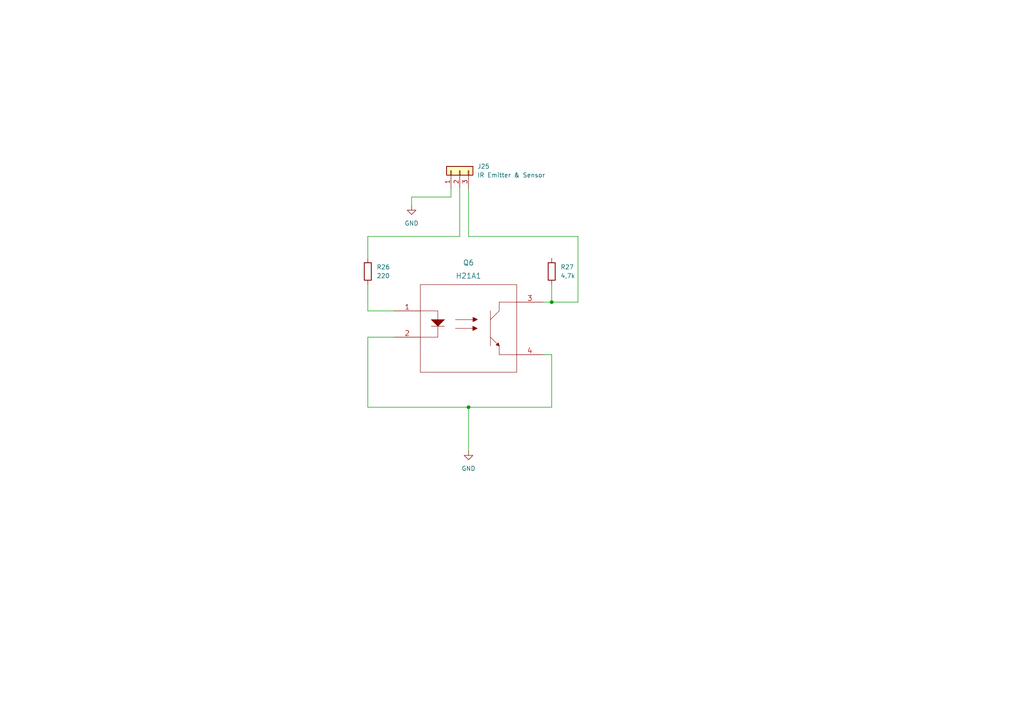
<source format=kicad_sch>
(kicad_sch (version 20211123) (generator eeschema)
  (paper "A4")
  (lib_symbols
    (symbol "Connector_Generic:Conn_01x03" (pin_names (offset 1.016) hide)
      (property "Reference" "J" (at 0 5.08 0))
      (property "Value" "Conn_01x03" (at 0 -5.08 0))
      (symbol "Conn_01x03_1_1"
        (rectangle (start -1.27 -2.413) (end 0 -2.667) (stroke (width 0.1524)))
        (rectangle (start -1.27 0.127) (end 0 -0.127) (stroke (width 0.1524)))
        (rectangle (start -1.27 2.667) (end 0 2.413) (stroke (width 0.1524)))
        (rectangle (start -1.27 3.81) (end 1.27 -3.81) (stroke (width 0.254)) (fill (type background)))
        (pin passive line (at -5.08 2.54 0) (length 3.81) (name "Pin_1") (number "1"))
        (pin passive line (at -5.08 0 0) (length 3.81) (name "Pin_2") (number "2"))
        (pin passive line (at -5.08 -2.54 0) (length 3.81) (name "Pin_3") (number "3"))
      )
    )
    (symbol "Device:R" (pin_numbers hide) (pin_names (offset 0))
      (property "Reference" "R" (at 2.032 0 90))
      (property "Value" "R" (at 0 0 90))
      (symbol "R_0_1"
        (rectangle (start -1.016 -2.54) (end 1.016 2.54) (stroke (width 0.254)))
      )
      (symbol "R_1_1"
        (pin passive line (at 0 3.81 270) (length 1.27) (name "~") (number "1"))
        (pin passive line (at 0 -3.81 90) (length 1.27) (name "~") (number "2"))
      )
    )
    (symbol "GND_1" (power) (pin_names (offset 0))
      (property "Value" "GND_1" (at 0 -3.81 0))
      (symbol "GND_1_0_1"
        (polyline (pts (xy 0 0) (xy 0 -1.27) (xy 1.27 -1.27) (xy 0 -2.54) (xy -1.27 -1.27) (xy 0 -1.27)))
      )
      (symbol "GND_1_1_1"
        (pin power_in line (at 0 0 270) (length 0) hide (name "GND") (number "1"))
      )
    )
    (symbol "Sensor:H21A1" (pin_names (offset 0) hide)
      (property "Reference" "Q" (at 22.86 17.78 0))
      (property "Value" "H21A1" (at 22.86 12.7 0))
      (symbol "H21A1_1_1"
        (polyline (pts (xy 7.62 -17.78) (xy 35.56 -17.78)) (stroke (width 0.127)))
        (polyline (pts (xy 7.62 7.62) (xy 7.62 -17.78)) (stroke (width 0.127)))
        (polyline (pts (xy 10.795 -4.445) (xy 14.605 -4.445)) (stroke (width 0.127)))
        (polyline (pts (xy 12.7 -7.62) (xy 7.62 -7.62)) (stroke (width 0.127)))
        (polyline (pts (xy 12.7 0) (xy 7.62 0)) (stroke (width 0.127)))
        (polyline (pts (xy 12.7 0) (xy 12.7 -7.62)) (stroke (width 0.127)))
        (polyline (pts (xy 17.78 -5.08) (xy 22.86 -5.08)) (stroke (width 0.127)))
        (polyline (pts (xy 17.78 -2.54) (xy 22.86 -2.54)) (stroke (width 0.127)))
        (polyline (pts (xy 27.94 -10.16) (xy 27.94 0)) (stroke (width 0.127)))
        (polyline (pts (xy 27.94 -7.62) (xy 30.48 -10.16)) (stroke (width 0.127)))
        (polyline (pts (xy 30.48 -10.16) (xy 30.48 -12.7)) (stroke (width 0.127)))
        (polyline (pts (xy 30.48 0) (xy 27.94 -2.54)) (stroke (width 0.127)))
        (polyline (pts (xy 30.48 0) (xy 30.48 2.54)) (stroke (width 0.127)))
        (polyline (pts (xy 30.48 2.54) (xy 35.56 2.54)) (stroke (width 0.127)))
        (polyline (pts (xy 35.56 -17.78) (xy 35.56 7.62)) (stroke (width 0.127)))
        (polyline (pts (xy 35.56 -12.7) (xy 30.48 -12.7)) (stroke (width 0.127)))
        (polyline (pts (xy 35.56 7.62) (xy 7.62 7.62)) (stroke (width 0.127)))
        (polyline (pts (xy 24.1046 -5.08) (xy 22.8346 -5.715) (xy 22.8346 -4.445) (xy 24.1046 -5.08)) (fill (type outline)))
        (polyline (pts (xy 24.1554 -2.4892) (xy 22.8854 -3.1242) (xy 22.8854 -1.8542) (xy 24.1554 -2.4892)) (fill (type outline)))
        (polyline (pts (xy 14.605 -2.54) (xy 10.795 -2.54) (xy 12.7 -4.445) (xy 14.605 -2.54) (xy 14.605 -2.54)) (fill (type outline)))
        (polyline (pts (xy 30.4292 -10.16) (xy 29.5656 -9.8806) (xy 30.226 -9.271) (xy 30.5308 -10.16) (xy 30.4292 -10.16)) (fill (type outline)))
        (pin unspecified line (at 0 0 0) (length 7.62) (name "1") (number "1"))
        (pin unspecified line (at 0 -7.62 0) (length 7.62) (name "2") (number "2"))
        (pin unspecified line (at 43.18 2.54 180) (length 7.62) (name "3") (number "3"))
        (pin unspecified line (at 43.18 -12.7 180) (length 7.62) (name "4") (number "4"))
      )
    )
  )
  (junction (at 135.89 118.11))
  (junction (at 160.02 87.63))
  (wire (pts (xy 119.38 59.69) (xy 119.38 57.15)))
  (wire (pts (xy 133.35 68.58) (xy 106.68 68.58)))
  (wire (pts (xy 106.68 118.11) (xy 106.68 97.79)))
  (wire (pts (xy 135.89 54.61) (xy 135.89 68.58)))
  (wire (pts (xy 160.02 102.87) (xy 160.02 118.11)))
  (wire (pts (xy 160.02 87.63) (xy 157.48 87.63)))
  (wire (pts (xy 135.89 118.11) (xy 106.68 118.11)))
  (wire (pts (xy 135.89 68.58) (xy 167.64 68.58)))
  (wire (pts (xy 167.64 68.58) (xy 167.64 87.63)))
  (wire (pts (xy 135.89 130.81) (xy 135.89 118.11)))
  (wire (pts (xy 160.02 118.11) (xy 135.89 118.11)))
  (wire (pts (xy 133.35 54.61) (xy 133.35 68.58)))
  (wire (pts (xy 106.68 82.55) (xy 106.68 90.17)))
  (wire (pts (xy 106.68 90.17) (xy 114.3 90.17)))
  (wire (pts (xy 106.68 68.58) (xy 106.68 74.93)))
  (wire (pts (xy 106.68 97.79) (xy 114.3 97.79)))
  (wire (pts (xy 160.02 82.55) (xy 160.02 87.63)))
  (wire (pts (xy 157.48 102.87) (xy 160.02 102.87)))
  (wire (pts (xy 119.38 57.15) (xy 130.81 57.15)))
  (wire (pts (xy 167.64 87.63) (xy 160.02 87.63)))
  (wire (pts (xy 130.81 57.15) (xy 130.81 54.61)))
  (symbol (lib_id "Sensor:H21A1") (at 114.3 90.17 0) (unit 1)
    (property "Reference" "Q6" (at 135.89 76.2 0) (effects (font (size 1.524 1.524))))
    (property "Value" "H21A1" (at 135.89 80.01 0) (effects (font (size 1.524 1.524))))
    (property "Footprint" "Sensor:H21A1" (effects hide))
  )
  (symbol (lib_id "Device:R") (at 160.02 78.74 0) (unit 1)
    (property "Reference" "R27" (at 162.56 77.4699 0) (effects (justify left)))
    (property "Value" "4,7k" (at 162.56 80.0099 0) (effects (justify left)))
    (property "Footprint" "Resistor_THT:R_Axial_DIN0207_L6.3mm_D2.5mm_P10.16mm_Horizontal" (effects hide))
  )
  (symbol (lib_name "GND_1") (lib_id "power:GND") (at 135.89 130.81 0) (unit 1)
    (property "Reference" "#PWR0110" (effects hide))
    (property "Value" "GND" (at 135.89 135.89 0))
  )
  (symbol (lib_id "Device:R") (at 106.68 78.74 0) (unit 1)
    (property "Reference" "R26" (at 109.22 77.4699 0) (effects (justify left)))
    (property "Value" "220" (at 109.22 80.0099 0) (effects (justify left)))
    (property "Footprint" "Resistor_THT:R_Axial_DIN0207_L6.3mm_D2.5mm_P10.16mm_Horizontal" (effects hide))
  )
  (symbol (lib_name "GND_1") (lib_id "power:GND") (at 119.38 59.69 0) (unit 1)
    (property "Reference" "#PWR0111" (effects hide))
    (property "Value" "GND" (at 119.38 64.77 0))
  )
  (symbol (lib_id "Connector_Generic:Conn_01x03") (at 133.35 49.53 90) (unit 1)
    (property "Reference" "J25" (at 138.43 48.2599 90) (effects (justify right)))
    (property "Value" "IR Emitter & Sensor" (at 138.43 50.7999 90) (effects (justify right)))
    (property "Footprint" "Connector_PinHeader_2.54mm:PinHeader_1x03_P2.54mm_Vertical" (effects hide))
  )
)
</source>
